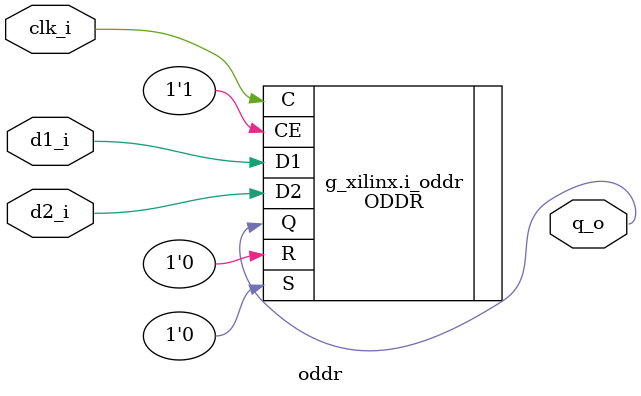
<source format=sv>
module oddr #(
    parameter VENDOR = "xilinx"
) (
    input logic clk_i,

    input logic d1_i,
    input logic d2_i,

    output logic q_o
);

    if (VENDOR == "xilinx") begin : g_xilinx
        ODDR #(
            .DDR_CLK_EDGE("SAME_EDGE"),  // "OPPOSITE_EDGE" or "SAME_EDGE"
            //    or "SAME_EDGE_PIPELINED"
            .INIT        (1'b0),         // Initial value of Q: 1'b0 or 1'b1
            .SRTYPE      ("SYNC")        // Set/Reset type: "SYNC" or "ASYNC"
        ) i_oddr (
            .Q (q_o),    // 1-bit DDR output
            .C (clk_i),  // 1-bit clock input
            .CE(1'b1),   // 1-bit clock enable input
            .D1(d1_i),   // 1-bit data input (positive edge)
            .D2(d2_i),   // 1-bit data input (negative edge)
            .R (1'b0),   // 1-bit reset
            .S (1'b0)    // 1-bit set
        );
    end else if (VENDOR == "altera") begin : g_altera
        altddio_out #(
            .WIDTH        (1),
            .POWER_UP_HIGH("OFF"),
            .OE_logic     ("UNUSED")
        ) i_altddio_out (
            .aset      (1'b0),
            .datain_h  (d1_i),
            .datain_l  (d2_i),
            .outclocken(1'b1),
            .outclock  (clk_i),
            .aclr      (1'b0),
            .dataout   (q_o)
        );
    end else if (VENDOR == "gowin") begin : g_gowin
        ODDR #(
            .INIT(1'b0)
        ) i_oddr (
            .Q0 (q_o),
            .Q1 (),
            .D0 (d1_i),
            .D1 (d2_i),
            .TX (1'b0),
            .CLK(clk_i)
        );
    end else begin : g_otehr
        logic d_reg_1 = 1'b0;
        logic d_reg_2 = 1'b0;
        logic q_reg   = 1'b0;

        always @(posedge clk_i) begin
            d_reg_1 <= d1_i;
            d_reg_2 <= d2_i;
        end

        always @(negedge clk_i) begin
            q_reg <= d_reg_2;
        end

        assign q_o = clk_i ? d_reg_1 : q_reg;
    end

endmodule

</source>
